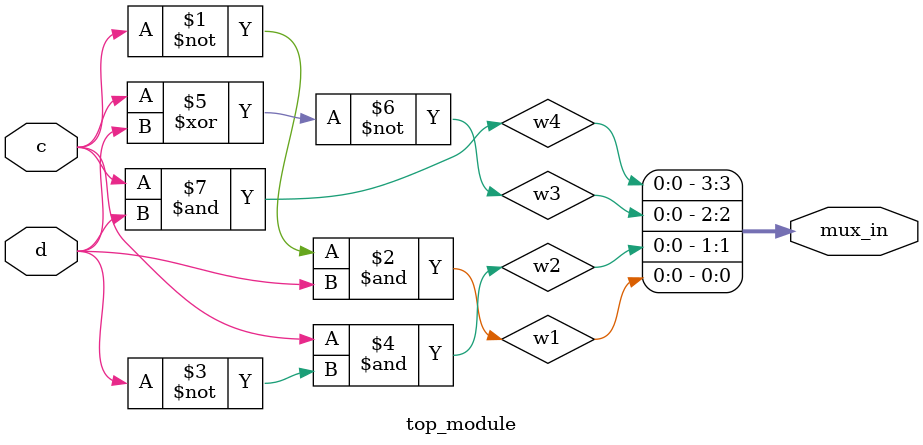
<source format=sv>
module top_module (
	input c,
	input d,
	output [3:0] mux_in
);

	// Declare internal wires
	wire w1, w2, w3, w4, w5;

	// Generate the expressions for internal wires
	assign w1 = ~c & d;
	assign w2 = c & ~d;
	assign w3 = ~(c ^ d);
	assign w4 = c & d;
	assign w5 = ~(c | d);

	// Connect the internal wires to the multiplexer inputs
	assign mux_in[0] = w1;
	assign mux_in[1] = w2;
	assign mux_in[2] = w3;
	assign mux_in[3] = w4;

endmodule

</source>
